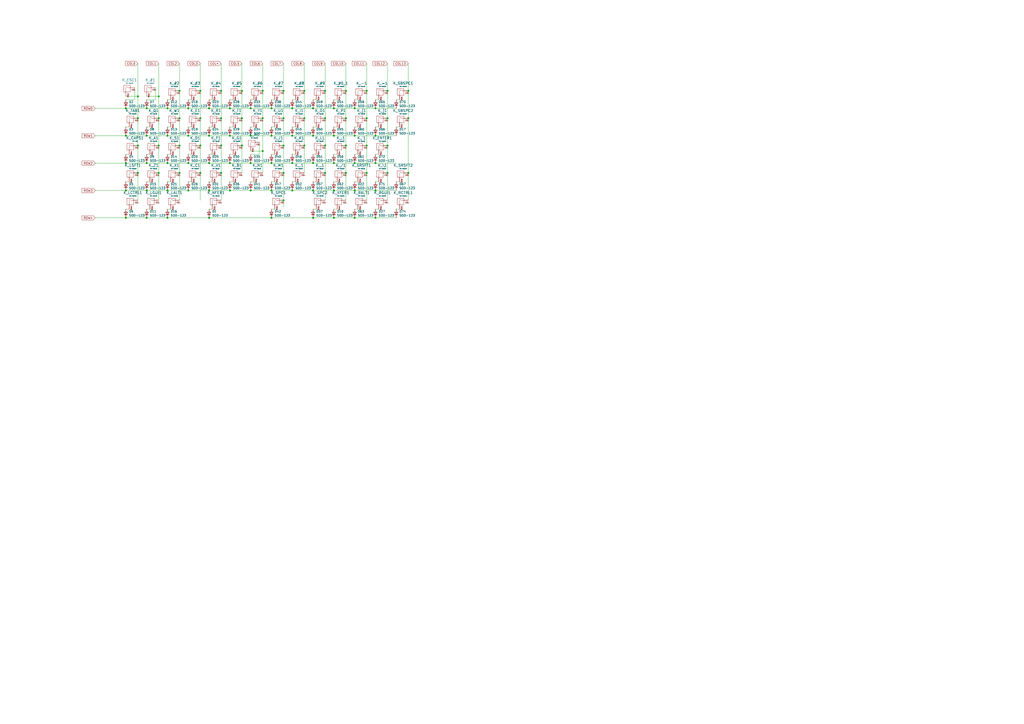
<source format=kicad_sch>
(kicad_sch (version 20211123) (generator eeschema)
  (paper "A2")
  (junction (at 92.075 55.88))
  (junction (at 212.725 100.33))
  (junction (at 224.79 68.58))
  (junction (at 188.595 52.705))
  (junction (at 217.805 110.49))
  (junction (at 193.675 110.49))
  (junction (at 157.48 62.865))
  (junction (at 133.35 62.865))
  (junction (at 121.285 126.365))
  (junction (at 224.79 52.705))
  (junction (at 169.545 94.615))
  (junction (at 80.01 100.33))
  (junction (at 116.205 84.455))
  (junction (at 212.725 68.58))
  (junction (at 145.415 62.865))
  (junction (at 164.465 52.705))
  (junction (at 128.27 100.33))
  (junction (at 224.79 100.33))
  (junction (at 176.53 84.455))
  (junction (at 217.805 94.615))
  (junction (at 181.61 110.49))
  (junction (at 181.61 78.74))
  (junction (at 73.025 62.865))
  (junction (at 85.09 94.615))
  (junction (at 217.805 62.865))
  (junction (at 224.79 84.455))
  (junction (at 73.025 94.615))
  (junction (at 217.805 126.365))
  (junction (at 140.335 68.58))
  (junction (at 181.61 94.615))
  (junction (at 97.155 110.49))
  (junction (at 188.595 68.58))
  (junction (at 140.335 52.705))
  (junction (at 205.74 78.74))
  (junction (at 73.025 78.74))
  (junction (at 200.66 68.58))
  (junction (at 193.675 126.365))
  (junction (at 200.66 100.33))
  (junction (at 176.53 52.705))
  (junction (at 109.22 110.49))
  (junction (at 193.675 78.74))
  (junction (at 133.35 110.49))
  (junction (at 193.675 94.615))
  (junction (at 128.27 52.705))
  (junction (at 104.14 52.705))
  (junction (at 85.09 78.74))
  (junction (at 164.465 68.58))
  (junction (at 121.285 94.615))
  (junction (at 133.35 94.615))
  (junction (at 133.35 78.74))
  (junction (at 116.205 68.58))
  (junction (at 164.465 84.455))
  (junction (at 157.48 94.615))
  (junction (at 97.155 94.615))
  (junction (at 205.74 110.49))
  (junction (at 97.155 62.865))
  (junction (at 169.545 62.865))
  (junction (at 157.48 126.365))
  (junction (at 176.53 68.58))
  (junction (at 80.01 68.58))
  (junction (at 212.725 52.705))
  (junction (at 236.855 100.33))
  (junction (at 152.4 52.705))
  (junction (at 104.14 100.33))
  (junction (at 188.595 84.455))
  (junction (at 85.09 126.365))
  (junction (at 97.155 78.74))
  (junction (at 236.855 68.58))
  (junction (at 145.415 94.615))
  (junction (at 92.075 84.455))
  (junction (at 205.74 94.615))
  (junction (at 205.74 126.365))
  (junction (at 217.805 78.74))
  (junction (at 73.025 110.49))
  (junction (at 200.66 84.455))
  (junction (at 128.27 68.58))
  (junction (at 104.14 84.455))
  (junction (at 188.595 100.33))
  (junction (at 80.01 84.455))
  (junction (at 169.545 110.49))
  (junction (at 181.61 126.365))
  (junction (at 109.22 78.74))
  (junction (at 145.415 110.49))
  (junction (at 85.09 62.865))
  (junction (at 92.075 100.33))
  (junction (at 145.415 78.74))
  (junction (at 152.4 87.63))
  (junction (at 164.465 100.33))
  (junction (at 181.61 62.865))
  (junction (at 200.66 52.705))
  (junction (at 109.22 94.615))
  (junction (at 152.4 68.58))
  (junction (at 121.285 110.49))
  (junction (at 236.855 52.705))
  (junction (at 121.285 62.865))
  (junction (at 116.205 100.33))
  (junction (at 212.725 84.455))
  (junction (at 169.545 78.74))
  (junction (at 140.335 84.455))
  (junction (at 121.285 78.74))
  (junction (at 97.155 126.365))
  (junction (at 157.48 78.74))
  (junction (at 109.22 62.865))
  (junction (at 193.675 62.865))
  (junction (at 128.27 84.455))
  (junction (at 92.075 68.58))
  (junction (at 104.14 68.58))
  (junction (at 157.48 110.49))
  (junction (at 205.74 62.865))
  (junction (at 80.01 55.88))
  (junction (at 116.205 52.705))
  (junction (at 164.465 116.205))
  (junction (at 73.025 126.365))
  (junction (at 85.09 110.49))
  (wire (pts (xy 229.87 121.285) (xy 231.775 121.285)))
  (wire (pts (xy 164.465 68.58) (xy 164.465 84.455)))
  (wire (pts (xy 200.66 84.455) (xy 200.66 100.33)))
  (wire (pts (xy 121.285 62.865) (xy 133.35 62.865)))
  (wire (pts (xy 109.22 94.615) (xy 97.155 94.615)))
  (wire (pts (xy 164.465 52.705) (xy 164.465 68.58)))
  (wire (pts (xy 97.155 94.615) (xy 85.09 94.615)))
  (wire (pts (xy 109.22 105.41) (xy 111.125 105.41)))
  (wire (pts (xy 205.74 62.865) (xy 217.805 62.865)))
  (wire (pts (xy 181.61 62.865) (xy 193.675 62.865)))
  (wire (pts (xy 217.805 121.285) (xy 219.71 121.285)))
  (wire (pts (xy 229.87 57.785) (xy 231.775 57.785)))
  (wire (pts (xy 133.35 62.865) (xy 145.415 62.865)))
  (wire (pts (xy 217.805 126.365) (xy 229.87 126.365)))
  (wire (pts (xy 73.025 126.365) (xy 85.09 126.365)))
  (wire (pts (xy 164.465 36.83) (xy 164.465 52.705)))
  (wire (pts (xy 224.79 84.455) (xy 224.79 100.33)))
  (wire (pts (xy 157.48 126.365) (xy 181.61 126.365)))
  (wire (pts (xy 169.545 78.74) (xy 157.48 78.74)))
  (wire (pts (xy 121.285 78.74) (xy 109.22 78.74)))
  (wire (pts (xy 85.09 89.535) (xy 86.995 89.535)))
  (wire (pts (xy 97.155 110.49) (xy 109.22 110.49)))
  (wire (pts (xy 128.27 84.455) (xy 128.27 68.58)))
  (wire (pts (xy 97.155 73.66) (xy 99.06 73.66)))
  (wire (pts (xy 97.155 57.785) (xy 99.06 57.785)))
  (wire (pts (xy 73.025 89.535) (xy 74.93 89.535)))
  (wire (pts (xy 181.61 110.49) (xy 193.675 110.49)))
  (wire (pts (xy 176.53 52.705) (xy 176.53 36.83)))
  (wire (pts (xy 85.09 73.66) (xy 86.995 73.66)))
  (wire (pts (xy 109.22 57.785) (xy 111.125 57.785)))
  (wire (pts (xy 169.545 57.785) (xy 171.45 57.785)))
  (wire (pts (xy 145.415 105.41) (xy 147.32 105.41)))
  (wire (pts (xy 145.415 57.785) (xy 147.32 57.785)))
  (wire (pts (xy 121.285 57.785) (xy 123.19 57.785)))
  (wire (pts (xy 193.675 110.49) (xy 205.74 110.49)))
  (wire (pts (xy 181.61 126.365) (xy 193.675 126.365)))
  (wire (pts (xy 133.35 89.535) (xy 135.255 89.535)))
  (wire (pts (xy 217.805 62.865) (xy 229.87 62.865)))
  (wire (pts (xy 116.205 84.455) (xy 116.205 100.33)))
  (wire (pts (xy 140.335 52.705) (xy 140.335 68.58)))
  (wire (pts (xy 80.01 68.58) (xy 80.01 84.455)))
  (wire (pts (xy 193.675 94.615) (xy 181.61 94.615)))
  (wire (pts (xy 193.675 73.66) (xy 195.58 73.66)))
  (wire (pts (xy 224.79 52.705) (xy 224.79 68.58)))
  (wire (pts (xy 200.66 68.58) (xy 200.66 52.705)))
  (wire (pts (xy 121.285 94.615) (xy 109.22 94.615)))
  (wire (pts (xy 109.22 78.74) (xy 97.155 78.74)))
  (wire (pts (xy 217.805 110.49) (xy 229.87 110.49)))
  (wire (pts (xy 80.01 36.83) (xy 80.01 55.88)))
  (wire (pts (xy 157.48 57.785) (xy 159.385 57.785)))
  (wire (pts (xy 193.675 78.74) (xy 181.61 78.74)))
  (wire (pts (xy 157.48 62.865) (xy 169.545 62.865)))
  (wire (pts (xy 217.805 57.785) (xy 219.71 57.785)))
  (wire (pts (xy 97.155 62.865) (xy 109.22 62.865)))
  (wire (pts (xy 193.675 126.365) (xy 205.74 126.365)))
  (wire (pts (xy 133.35 94.615) (xy 121.285 94.615)))
  (wire (pts (xy 109.22 110.49) (xy 121.285 110.49)))
  (wire (pts (xy 181.61 105.41) (xy 183.515 105.41)))
  (wire (pts (xy 205.74 78.74) (xy 217.805 78.74)))
  (wire (pts (xy 140.335 68.58) (xy 140.335 84.455)))
  (wire (pts (xy 73.025 110.49) (xy 55.245 110.49)))
  (wire (pts (xy 133.35 73.66) (xy 135.255 73.66)))
  (wire (pts (xy 73.025 105.41) (xy 74.93 105.41)))
  (wire (pts (xy 157.48 121.285) (xy 159.385 121.285)))
  (wire (pts (xy 193.675 89.535) (xy 195.58 89.535)))
  (wire (pts (xy 133.35 78.74) (xy 121.285 78.74)))
  (wire (pts (xy 121.285 105.41) (xy 123.19 105.41)))
  (wire (pts (xy 104.14 68.58) (xy 104.14 52.705)))
  (wire (pts (xy 97.155 89.535) (xy 99.06 89.535)))
  (wire (pts (xy 217.805 89.535) (xy 219.71 89.535)))
  (wire (pts (xy 92.075 55.88) (xy 92.075 68.58)))
  (wire (pts (xy 150.495 82.55) (xy 150.495 89.535)))
  (wire (pts (xy 116.205 100.33) (xy 116.205 116.205)))
  (wire (pts (xy 97.155 121.285) (xy 99.06 121.285)))
  (wire (pts (xy 176.53 68.58) (xy 176.53 52.705)))
  (wire (pts (xy 104.14 52.705) (xy 104.14 36.83)))
  (wire (pts (xy 217.805 94.615) (xy 229.87 94.615)))
  (wire (pts (xy 116.205 36.83) (xy 116.205 52.705)))
  (wire (pts (xy 145.415 87.63) (xy 152.4 87.63)))
  (wire (pts (xy 181.61 57.785) (xy 183.515 57.785)))
  (wire (pts (xy 73.025 121.285) (xy 74.93 121.285)))
  (wire (pts (xy 133.35 57.785) (xy 135.255 57.785)))
  (wire (pts (xy 85.09 78.74) (xy 73.025 78.74)))
  (wire (pts (xy 169.545 110.49) (xy 181.61 110.49)))
  (wire (pts (xy 164.465 100.33) (xy 164.465 116.205)))
  (wire (pts (xy 128.27 52.705) (xy 128.27 36.83)))
  (wire (pts (xy 157.48 110.49) (xy 169.545 110.49)))
  (wire (pts (xy 217.805 73.66) (xy 219.71 73.66)))
  (wire (pts (xy 73.025 57.785) (xy 78.105 57.785)))
  (wire (pts (xy 104.14 84.455) (xy 104.14 100.33)))
  (wire (pts (xy 181.61 94.615) (xy 169.545 94.615)))
  (wire (pts (xy 97.155 78.74) (xy 85.09 78.74)))
  (wire (pts (xy 181.61 121.285) (xy 183.515 121.285)))
  (wire (pts (xy 212.725 52.705) (xy 212.725 68.58)))
  (wire (pts (xy 92.075 68.58) (xy 92.075 84.455)))
  (wire (pts (xy 181.61 89.535) (xy 183.515 89.535)))
  (wire (pts (xy 80.01 55.88) (xy 80.01 68.58)))
  (wire (pts (xy 85.09 121.285) (xy 86.995 121.285)))
  (wire (pts (xy 205.74 121.285) (xy 207.645 121.285)))
  (wire (pts (xy 176.53 84.455) (xy 176.53 68.58)))
  (wire (pts (xy 205.74 89.535) (xy 207.645 89.535)))
  (wire (pts (xy 188.595 36.83) (xy 188.595 52.705)))
  (wire (pts (xy 164.465 84.455) (xy 164.465 100.33)))
  (wire (pts (xy 157.48 78.74) (xy 145.415 78.74)))
  (wire (pts (xy 224.79 52.705) (xy 224.79 36.83)))
  (wire (pts (xy 205.74 110.49) (xy 217.805 110.49)))
  (wire (pts (xy 121.285 126.365) (xy 157.48 126.365)))
  (wire (pts (xy 73.025 78.74) (xy 55.245 78.74)))
  (wire (pts (xy 193.675 57.785) (xy 195.58 57.785)))
  (wire (pts (xy 229.87 105.41) (xy 231.775 105.41)))
  (wire (pts (xy 152.4 87.63) (xy 152.4 100.33)))
  (wire (pts (xy 104.14 84.455) (xy 104.14 68.58)))
  (wire (pts (xy 193.675 121.285) (xy 195.58 121.285)))
  (wire (pts (xy 169.545 105.41) (xy 171.45 105.41)))
  (wire (pts (xy 80.01 84.455) (xy 80.01 100.33)))
  (wire (pts (xy 85.09 126.365) (xy 97.155 126.365)))
  (wire (pts (xy 121.285 121.285) (xy 123.19 121.285)))
  (wire (pts (xy 140.335 84.455) (xy 140.335 100.33)))
  (wire (pts (xy 212.725 84.455) (xy 212.725 100.33)))
  (wire (pts (xy 145.415 94.615) (xy 133.35 94.615)))
  (wire (pts (xy 169.545 73.66) (xy 171.45 73.66)))
  (wire (pts (xy 212.725 68.58) (xy 212.725 84.455)))
  (wire (pts (xy 224.79 68.58) (xy 224.79 84.455)))
  (wire (pts (xy 133.35 110.49) (xy 145.415 110.49)))
  (wire (pts (xy 217.805 78.74) (xy 229.87 78.74)))
  (wire (pts (xy 152.4 68.58) (xy 152.4 87.63)))
  (wire (pts (xy 109.22 73.66) (xy 111.125 73.66)))
  (wire (pts (xy 73.025 110.49) (xy 85.09 110.49)))
  (wire (pts (xy 73.025 94.615) (xy 55.245 94.615)))
  (wire (pts (xy 169.545 89.535) (xy 171.45 89.535)))
  (wire (pts (xy 205.74 94.615) (xy 193.675 94.615)))
  (wire (pts (xy 169.545 62.865) (xy 181.61 62.865)))
  (wire (pts (xy 205.74 57.785) (xy 207.645 57.785)))
  (wire (pts (xy 85.09 62.865) (xy 97.155 62.865)))
  (wire (pts (xy 145.415 73.66) (xy 147.32 73.66)))
  (wire (pts (xy 145.415 62.865) (xy 157.48 62.865)))
  (wire (pts (xy 205.74 126.365) (xy 217.805 126.365)))
  (wire (pts (xy 193.675 62.865) (xy 205.74 62.865)))
  (wire (pts (xy 236.855 52.705) (xy 236.855 68.58)))
  (wire (pts (xy 157.48 105.41) (xy 159.385 105.41)))
  (wire (pts (xy 145.415 110.49) (xy 157.48 110.49)))
  (wire (pts (xy 224.79 100.33) (xy 224.79 116.205)))
  (wire (pts (xy 121.285 73.66) (xy 123.19 73.66)))
  (wire (pts (xy 236.855 100.33) (xy 236.855 116.205)))
  (wire (pts (xy 140.335 36.83) (xy 140.335 52.705)))
  (wire (pts (xy 85.09 94.615) (xy 73.025 94.615)))
  (wire (pts (xy 116.205 68.58) (xy 116.205 84.455)))
  (wire (pts (xy 205.74 94.615) (xy 217.805 94.615)))
  (wire (pts (xy 157.48 73.66) (xy 159.385 73.66)))
  (wire (pts (xy 128.27 100.33) (xy 128.27 84.455)))
  (wire (pts (xy 169.545 94.615) (xy 157.48 94.615)))
  (wire (pts (xy 97.155 105.41) (xy 99.06 105.41)))
  (wire (pts (xy 90.17 50.8) (xy 90.17 57.785)))
  (wire (pts (xy 78.105 50.8) (xy 78.105 57.785)))
  (wire (pts (xy 188.595 100.33) (xy 188.595 116.205)))
  (wire (pts (xy 200.66 100.33) (xy 200.66 116.205)))
  (wire (pts (xy 157.48 94.615) (xy 145.415 94.615)))
  (wire (pts (xy 205.74 73.66) (xy 207.645 73.66)))
  (wire (pts (xy 92.075 36.83) (xy 92.075 55.88)))
  (wire (pts (xy 212.725 36.83) (xy 212.725 52.705)))
  (wire (pts (xy 73.025 126.365) (xy 55.245 126.365)))
  (wire (pts (xy 236.855 36.83) (xy 236.855 52.705)))
  (wire (pts (xy 176.53 100.33) (xy 176.53 84.455)))
  (wire (pts (xy 109.22 62.865) (xy 121.285 62.865)))
  (wire (pts (xy 80.01 116.205) (xy 80.01 100.33)))
  (wire (pts (xy 55.245 62.865) (xy 73.025 62.865)))
  (wire (pts (xy 121.285 89.535) (xy 123.19 89.535)))
  (wire (pts (xy 181.61 78.74) (xy 169.545 78.74)))
  (wire (pts (xy 128.27 100.33) (xy 128.27 116.205)))
  (wire (pts (xy 73.025 55.88) (xy 80.01 55.88)))
  (wire (pts (xy 97.155 126.365) (xy 121.285 126.365)))
  (wire (pts (xy 85.09 105.41) (xy 86.995 105.41)))
  (wire (pts (xy 73.025 73.66) (xy 74.93 73.66)))
  (wire (pts (xy 157.48 89.535) (xy 159.385 89.535)))
  (wire (pts (xy 229.87 73.66) (xy 231.775 73.66)))
  (wire (pts (xy 121.285 110.49) (xy 133.35 110.49)))
  (wire (pts (xy 188.595 84.455) (xy 188.595 100.33)))
  (wire (pts (xy 92.075 100.33) (xy 92.075 116.205)))
  (wire (pts (xy 85.09 110.49) (xy 97.155 110.49)))
  (wire (pts (xy 200.66 52.705) (xy 200.66 36.83)))
  (wire (pts (xy 145.415 78.74) (xy 133.35 78.74)))
  (wire (pts (xy 73.025 62.865) (xy 85.09 62.865)))
  (wire (pts (xy 128.27 68.58) (xy 128.27 52.705)))
  (wire (pts (xy 212.725 100.33) (xy 212.725 116.205)))
  (wire (pts (xy 85.09 57.785) (xy 90.17 57.785)))
  (wire (pts (xy 200.66 84.455) (xy 200.66 68.58)))
  (wire (pts (xy 133.35 105.41) (xy 135.255 105.41)))
  (wire (pts (xy 193.675 105.41) (xy 195.58 105.41)))
  (wire (pts (xy 217.805 105.41) (xy 219.71 105.41)))
  (wire (pts (xy 236.855 68.58) (xy 236.855 100.33)))
  (wire (pts (xy 92.075 84.455) (xy 92.075 100.33)))
  (wire (pts (xy 205.74 105.41) (xy 207.645 105.41)))
  (wire (pts (xy 116.205 52.705) (xy 116.205 68.58)))
  (wire (pts (xy 152.4 52.705) (xy 152.4 36.83)))
  (wire (pts (xy 205.74 78.74) (xy 193.675 78.74)))
  (wire (pts (xy 164.465 116.205) (xy 164.465 120.015)))
  (wire (pts (xy 145.415 89.535) (xy 150.495 89.535)))
  (wire (pts (xy 109.22 89.535) (xy 111.125 89.535)))
  (wire (pts (xy 104.14 100.33) (xy 104.14 116.205)))
  (wire (pts (xy 188.595 68.58) (xy 188.595 84.455)))
  (wire (pts (xy 152.4 68.58) (xy 152.4 52.705)))
  (wire (pts (xy 188.595 52.705) (xy 188.595 68.58)))
  (wire (pts (xy 181.61 73.66) (xy 183.515 73.66)))
  (wire (pts (xy 85.09 55.88) (xy 92.075 55.88)))
  (global_label "COL1" (shape input) (at 92.075 36.83 180) (property "Intersheet References" "${INTERSHEET_REFS}" (effects hide)))
  (global_label "COL7" (shape input) (at 164.465 36.83 180) (property "Intersheet References" "${INTERSHEET_REFS}" (effects hide)))
  (global_label "COL9" (shape input) (at 188.595 36.83 180) (property "Intersheet References" "${INTERSHEET_REFS}" (effects hide)))
  (global_label "ROW0" (shape input) (at 55.245 62.865 180) (property "Intersheet References" "${INTERSHEET_REFS}" (effects hide)))
  (global_label "ROW2" (shape input) (at 55.245 94.615 180) (property "Intersheet References" "${INTERSHEET_REFS}" (effects hide)))
  (global_label "ROW3" (shape input) (at 55.245 110.49 180) (property "Intersheet References" "${INTERSHEET_REFS}" (effects hide)))
  (global_label "COL6" (shape input) (at 152.4 36.83 180) (property "Intersheet References" "${INTERSHEET_REFS}" (effects hide)))
  (global_label "COL11" (shape input) (at 212.725 36.83 180) (property "Intersheet References" "${INTERSHEET_REFS}" (effects hide)))
  (global_label "COL5" (shape input) (at 140.335 36.83 180) (property "Intersheet References" "${INTERSHEET_REFS}" (effects hide)))
  (global_label "COL10" (shape input) (at 200.66 36.83 180) (property "Intersheet References" "${INTERSHEET_REFS}" (effects hide)))
  (global_label "ROW1" (shape input) (at 55.245 78.74 180) (property "Intersheet References" "${INTERSHEET_REFS}" (effects hide)))
  (global_label "COL2" (shape input) (at 104.14 36.83 180) (property "Intersheet References" "${INTERSHEET_REFS}" (effects hide)))
  (global_label "COL8" (shape input) (at 176.53 36.83 180) (property "Intersheet References" "${INTERSHEET_REFS}" (effects hide)))
  (global_label "COL4" (shape input) (at 128.27 36.83 180) (property "Intersheet References" "${INTERSHEET_REFS}" (effects hide)))
  (global_label "COL13" (shape input) (at 236.855 36.83 180) (property "Intersheet References" "${INTERSHEET_REFS}" (effects hide)))
  (global_label "COL12" (shape input) (at 224.79 36.83 180) (property "Intersheet References" "${INTERSHEET_REFS}" (effects hide)))
  (global_label "COL0" (shape input) (at 80.01 36.83 180) (property "Intersheet References" "${INTERSHEET_REFS}" (effects hide)))
  (global_label "COL3" (shape input) (at 116.205 36.83 180) (property "Intersheet References" "${INTERSHEET_REFS}" (effects hide)))
  (global_label "ROW4" (shape input) (at 55.245 126.365 180) (property "Intersheet References" "${INTERSHEET_REFS}" (effects hide)))
  (symbol (lib_id "X60-rescue:MX-NoLED-MX_Alps_Hybrid") (at 74.295 52.07 0) (unit 1)
    (property "Reference" "K_ESC1" (at 75.1332 46.4058 0) (effects (font (size 1.524 1.524))))
    (property "Value" "MX-NoLED" (at 75.1332 48.2854 0) (effects (font (size 0.508 0.508))))
    (property "Footprint" "MX_Only:MXOnly-1U-Hotswap" (effects hide))
  )
  (symbol (lib_id "Device:D_Small") (at 73.025 60.325 90) (unit 1)
    (property "Reference" "D2" (at 74.7522 59.1566 90) (effects (justify right)))
    (property "Value" "SOD-123" (at 74.7522 61.468 90) (effects (justify right)))
    (property "Footprint" "Diode_SMD:D_SOD-123" (effects hide))
  )
  (symbol (lib_id "X60-rescue:MX-NoLED-MX_Alps_Hybrid") (at 86.36 52.07 0) (unit 1)
    (property "Reference" "K_#1" (at 87.1982 46.4058 0) (effects (font (size 1.524 1.524))))
    (property "Value" "MX-NoLED" (at 87.1982 48.2854 0) (effects (font (size 0.508 0.508))))
    (property "Footprint" "MX_Only:MXOnly-1U-Hotswap" (effects hide))
  )
  (symbol (lib_id "Device:D_Small") (at 85.09 60.325 90) (unit 1)
    (property "Reference" "D7" (at 86.8172 59.1566 90) (effects (justify right)))
    (property "Value" "SOD-123" (at 86.8172 61.468 90) (effects (justify right)))
    (property "Footprint" "Diode_SMD:D_SOD-123" (effects hide))
  )
  (symbol (lib_id "X60-rescue:MX-NoLED-MX_Alps_Hybrid") (at 100.33 53.975 0) (unit 1)
    (property "Reference" "K_#2" (at 101.1682 48.3108 0) (effects (font (size 1.524 1.524))))
    (property "Value" "MX-NoLED" (at 101.1682 50.1904 0) (effects (font (size 0.508 0.508))))
    (property "Footprint" "MX_Only:MXOnly-1U-Hotswap" (effects hide))
  )
  (symbol (lib_id "Device:D_Small") (at 97.155 60.325 90) (unit 1)
    (property "Reference" "D12" (at 98.8822 59.1566 90) (effects (justify right)))
    (property "Value" "SOD-123" (at 98.8822 61.468 90) (effects (justify right)))
    (property "Footprint" "Diode_SMD:D_SOD-123" (effects hide))
  )
  (symbol (lib_id "X60-rescue:MX-NoLED-MX_Alps_Hybrid") (at 112.395 53.975 0) (unit 1)
    (property "Reference" "K_#3" (at 113.2332 48.3108 0) (effects (font (size 1.524 1.524))))
    (property "Value" "MX-NoLED" (at 113.2332 50.1904 0) (effects (font (size 0.508 0.508))))
    (property "Footprint" "MX_Only:MXOnly-1U-Hotswap" (effects hide))
  )
  (symbol (lib_id "Device:D_Small") (at 109.22 60.325 90) (unit 1)
    (property "Reference" "D18" (at 110.9472 59.1566 90) (effects (justify right)))
    (property "Value" "SOD-123" (at 110.9472 61.468 90) (effects (justify right)))
    (property "Footprint" "Diode_SMD:D_SOD-123" (effects hide))
  )
  (symbol (lib_id "X60-rescue:MX-NoLED-MX_Alps_Hybrid") (at 124.46 53.975 0) (unit 1)
    (property "Reference" "K_#4" (at 125.2982 48.3108 0) (effects (font (size 1.524 1.524))))
    (property "Value" "MX-NoLED" (at 125.2982 50.1904 0) (effects (font (size 0.508 0.508))))
    (property "Footprint" "MX_Only:MXOnly-1U-Hotswap" (effects hide))
  )
  (symbol (lib_id "Device:D_Small") (at 121.285 60.325 90) (unit 1)
    (property "Reference" "D23" (at 123.0122 59.1566 90) (effects (justify right)))
    (property "Value" "SOD-123" (at 123.0122 61.468 90) (effects (justify right)))
    (property "Footprint" "Diode_SMD:D_SOD-123" (effects hide))
  )
  (symbol (lib_id "X60-rescue:MX-NoLED-MX_Alps_Hybrid") (at 136.525 53.975 0) (unit 1)
    (property "Reference" "K_#5" (at 137.3632 48.3108 0) (effects (font (size 1.524 1.524))))
    (property "Value" "MX-NoLED" (at 137.3632 50.1904 0) (effects (font (size 0.508 0.508))))
    (property "Footprint" "MX_Only:MXOnly-1U-Hotswap" (effects hide))
  )
  (symbol (lib_id "Device:D_Small") (at 133.35 60.325 90) (unit 1)
    (property "Reference" "D28" (at 135.0772 59.1566 90) (effects (justify right)))
    (property "Value" "SOD-123" (at 135.0772 61.468 90) (effects (justify right)))
    (property "Footprint" "Diode_SMD:D_SOD-123" (effects hide))
  )
  (symbol (lib_id "X60-rescue:MX-NoLED-MX_Alps_Hybrid") (at 148.59 53.975 0) (unit 1)
    (property "Reference" "K_#6" (at 149.4282 48.3108 0) (effects (font (size 1.524 1.524))))
    (property "Value" "MX-NoLED" (at 149.4282 50.1904 0) (effects (font (size 0.508 0.508))))
    (property "Footprint" "MX_Only:MXOnly-1U-Hotswap" (effects hide))
  )
  (symbol (lib_id "Device:D_Small") (at 145.415 60.325 90) (unit 1)
    (property "Reference" "D33" (at 147.1422 59.1566 90) (effects (justify right)))
    (property "Value" "SOD-123" (at 147.1422 61.468 90) (effects (justify right)))
    (property "Footprint" "Diode_SMD:D_SOD-123" (effects hide))
  )
  (symbol (lib_id "X60-rescue:MX-NoLED-MX_Alps_Hybrid") (at 160.655 53.975 0) (unit 1)
    (property "Reference" "K_#7" (at 161.4932 48.3108 0) (effects (font (size 1.524 1.524))))
    (property "Value" "MX-NoLED" (at 161.4932 50.1904 0) (effects (font (size 0.508 0.508))))
    (property "Footprint" "MX_Only:MXOnly-1U-Hotswap" (effects hide))
  )
  (symbol (lib_id "Device:D_Small") (at 157.48 60.325 90) (unit 1)
    (property "Reference" "D38" (at 159.2072 59.1566 90) (effects (justify right)))
    (property "Value" "SOD-123" (at 159.2072 61.468 90) (effects (justify right)))
    (property "Footprint" "Diode_SMD:D_SOD-123" (effects hide))
  )
  (symbol (lib_id "X60-rescue:MX-NoLED-MX_Alps_Hybrid") (at 172.72 53.975 0) (unit 1)
    (property "Reference" "K_#8" (at 173.5582 48.3108 0) (effects (font (size 1.524 1.524))))
    (property "Value" "MX-NoLED" (at 173.5582 50.1904 0) (effects (font (size 0.508 0.508))))
    (property "Footprint" "MX_Only:MXOnly-1U-Hotswap" (effects hide))
  )
  (symbol (lib_id "Device:D_Small") (at 169.545 60.325 90) (unit 1)
    (property "Reference" "D44" (at 171.2722 59.1566 90) (effects (justify right)))
    (property "Value" "SOD-123" (at 171.2722 61.468 90) (effects (justify right)))
    (property "Footprint" "Diode_SMD:D_SOD-123" (effects hide))
  )
  (symbol (lib_id "X60-rescue:MX-NoLED-MX_Alps_Hybrid") (at 184.785 53.975 0) (unit 1)
    (property "Reference" "K_#9" (at 185.6232 48.3108 0) (effects (font (size 1.524 1.524))))
    (property "Value" "MX-NoLED" (at 185.6232 50.1904 0) (effects (font (size 0.508 0.508))))
    (property "Footprint" "MX_Only:MXOnly-1U-Hotswap" (effects hide))
  )
  (symbol (lib_id "Device:D_Small") (at 181.61 60.325 90) (unit 1)
    (property "Reference" "D49" (at 183.3372 59.1566 90) (effects (justify right)))
    (property "Value" "SOD-123" (at 183.3372 61.468 90) (effects (justify right)))
    (property "Footprint" "Diode_SMD:D_SOD-123" (effects hide))
  )
  (symbol (lib_id "X60-rescue:MX-NoLED-MX_Alps_Hybrid") (at 196.85 53.975 0) (unit 1)
    (property "Reference" "K_#0_1" (at 197.6882 48.3108 0) (effects (font (size 1.524 1.524))))
    (property "Value" "MX-NoLED" (at 197.6882 50.1904 0) (effects (font (size 0.508 0.508))))
    (property "Footprint" "MX_Only:MXOnly-1U-Hotswap" (effects hide))
  )
  (symbol (lib_id "Device:D_Small") (at 193.675 60.325 90) (unit 1)
    (property "Reference" "D54" (at 195.4022 59.1566 90) (effects (justify right)))
    (property "Value" "SOD-123" (at 195.4022 61.468 90) (effects (justify right)))
    (property "Footprint" "Diode_SMD:D_SOD-123" (effects hide))
  )
  (symbol (lib_id "X60-rescue:MX-NoLED-MX_Alps_Hybrid") (at 208.915 53.975 0) (unit 1)
    (property "Reference" "K_-1" (at 209.7532 48.3108 0) (effects (font (size 1.524 1.524))))
    (property "Value" "MX-NoLED" (at 209.7532 50.1904 0) (effects (font (size 0.508 0.508))))
    (property "Footprint" "MX_Only:MXOnly-1U-Hotswap" (effects hide))
  )
  (symbol (lib_id "Device:D_Small") (at 205.74 60.325 90) (unit 1)
    (property "Reference" "D59" (at 207.4672 59.1566 90) (effects (justify right)))
    (property "Value" "SOD-123" (at 207.4672 61.468 90) (effects (justify right)))
    (property "Footprint" "Diode_SMD:D_SOD-123" (effects hide))
  )
  (symbol (lib_id "X60-rescue:MX-NoLED-MX_Alps_Hybrid") (at 220.98 53.975 0) (unit 1)
    (property "Reference" "K_=1" (at 221.8182 48.3108 0) (effects (font (size 1.524 1.524))))
    (property "Value" "MX-NoLED" (at 221.8182 50.1904 0) (effects (font (size 0.508 0.508))))
    (property "Footprint" "MX_Only:MXOnly-1U-Hotswap" (effects hide))
  )
  (symbol (lib_id "Device:D_Small") (at 217.805 60.325 90) (unit 1)
    (property "Reference" "D65" (at 219.5322 59.1566 90) (effects (justify right)))
    (property "Value" "SOD-123" (at 219.5322 61.468 90) (effects (justify right)))
    (property "Footprint" "Diode_SMD:D_SOD-123" (effects hide))
  )
  (symbol (lib_id "X60-rescue:MX-NoLED-MX_Alps_Hybrid") (at 233.045 53.975 0) (unit 1)
    (property "Reference" "K_SBSPC1" (at 233.8832 48.3108 0) (effects (font (size 1.524 1.524))))
    (property "Value" "MX-NoLED" (at 233.8832 50.1904 0) (effects (font (size 0.508 0.508))))
    (property "Footprint" "MX_Only:MXOnly-1U-Hotswap" (effects hide))
  )
  (symbol (lib_id "Device:D_Small") (at 229.87 60.325 90) (unit 1)
    (property "Reference" "D70" (at 231.5972 59.1566 90) (effects (justify right)))
    (property "Value" "SOD-123" (at 231.5972 61.468 90) (effects (justify right)))
    (property "Footprint" "Diode_SMD:D_SOD-123" (effects hide))
  )
  (symbol (lib_id "X60-rescue:MX-NoLED-MX_Alps_Hybrid") (at 76.2 69.85 0) (unit 1)
    (property "Reference" "K_TAB1" (at 77.0382 64.1858 0) (effects (font (size 1.524 1.524))))
    (property "Value" "MX-NoLED" (at 77.0382 66.0654 0) (effects (font (size 0.508 0.508))))
    (property "Footprint" "MX_Only:MXOnly-1.5U-Hotswap" (effects hide))
  )
  (symbol (lib_id "Device:D_Small") (at 73.025 76.2 90) (unit 1)
    (property "Reference" "D3" (at 74.7522 75.0316 90) (effects (justify right)))
    (property "Value" "SOD-123" (at 74.7522 77.343 90) (effects (justify right)))
    (property "Footprint" "Diode_SMD:D_SOD-123" (effects hide))
  )
  (symbol (lib_id "X60-rescue:MX-NoLED-MX_Alps_Hybrid") (at 88.265 69.85 0) (unit 1)
    (property "Reference" "K_Q1" (at 89.1032 64.1858 0) (effects (font (size 1.524 1.524))))
    (property "Value" "MX-NoLED" (at 89.1032 66.0654 0) (effects (font (size 0.508 0.508))))
    (property "Footprint" "MX_Only:MXOnly-1U-Hotswap" (effects hide))
  )
  (symbol (lib_id "Device:D_Small") (at 85.09 76.2 90) (unit 1)
    (property "Reference" "D8" (at 86.8172 75.0316 90) (effects (justify right)))
    (property "Value" "SOD-123" (at 86.8172 77.343 90) (effects (justify right)))
    (property "Footprint" "Diode_SMD:D_SOD-123" (effects hide))
  )
  (symbol (lib_id "X60-rescue:MX-NoLED-MX_Alps_Hybrid") (at 100.33 69.85 0) (unit 1)
    (property "Reference" "K_W1" (at 101.1682 64.1858 0) (effects (font (size 1.524 1.524))))
    (property "Value" "MX-NoLED" (at 101.1682 66.0654 0) (effects (font (size 0.508 0.508))))
    (property "Footprint" "MX_Only:MXOnly-1U-Hotswap" (effects hide))
  )
  (symbol (lib_id "Device:D_Small") (at 97.155 76.2 90) (unit 1)
    (property "Reference" "D13" (at 98.8822 75.0316 90) (effects (justify right)))
    (property "Value" "SOD-123" (at 98.8822 77.343 90) (effects (justify right)))
    (property "Footprint" "Diode_SMD:D_SOD-123" (effects hide))
  )
  (symbol (lib_id "X60-rescue:MX-NoLED-MX_Alps_Hybrid") (at 112.395 69.85 0) (unit 1)
    (property "Reference" "K_E1" (at 113.2332 64.1858 0) (effects (font (size 1.524 1.524))))
    (property "Value" "MX-NoLED" (at 113.2332 66.0654 0) (effects (font (size 0.508 0.508))))
    (property "Footprint" "MX_Only:MXOnly-1U-Hotswap" (effects hide))
  )
  (symbol (lib_id "Device:D_Small") (at 109.22 76.2 90) (unit 1)
    (property "Reference" "D19" (at 110.9472 75.0316 90) (effects (justify right)))
    (property "Value" "SOD-123" (at 110.9472 77.343 90) (effects (justify right)))
    (property "Footprint" "Diode_SMD:D_SOD-123" (effects hide))
  )
  (symbol (lib_id "X60-rescue:MX-NoLED-MX_Alps_Hybrid") (at 124.46 69.85 0) (unit 1)
    (property "Reference" "K_R1" (at 125.2982 64.1858 0) (effects (font (size 1.524 1.524))))
    (property "Value" "MX-NoLED" (at 125.2982 66.0654 0) (effects (font (size 0.508 0.508))))
    (property "Footprint" "MX_Only:MXOnly-1U-Hotswap" (effects hide))
  )
  (symbol (lib_id "Device:D_Small") (at 121.285 76.2 90) (unit 1)
    (property "Reference" "D24" (at 123.0122 75.0316 90) (effects (justify right)))
    (property "Value" "SOD-123" (at 123.0122 77.343 90) (effects (justify right)))
    (property "Footprint" "Diode_SMD:D_SOD-123" (effects hide))
  )
  (symbol (lib_id "X60-rescue:MX-NoLED-MX_Alps_Hybrid") (at 136.525 69.85 0) (unit 1)
    (property "Reference" "K_T1" (at 137.3632 64.1858 0) (effects (font (size 1.524 1.524))))
    (property "Value" "MX-NoLED" (at 137.3632 66.0654 0) (effects (font (size 0.508 0.508))))
    (property "Footprint" "MX_Only:MXOnly-1U-Hotswap" (effects hide))
  )
  (symbol (lib_id "Device:D_Small") (at 133.35 76.2 90) (unit 1)
    (property "Reference" "D29" (at 135.0772 75.0316 90) (effects (justify right)))
    (property "Value" "SOD-123" (at 135.0772 77.343 90) (effects (justify right)))
    (property "Footprint" "Diode_SMD:D_SOD-123" (effects hide))
  )
  (symbol (lib_id "X60-rescue:MX-NoLED-MX_Alps_Hybrid") (at 148.59 69.85 0) (unit 1)
    (property "Reference" "K_Y1" (at 149.4282 64.1858 0) (effects (font (size 1.524 1.524))))
    (property "Value" "MX-NoLED" (at 149.4282 66.0654 0) (effects (font (size 0.508 0.508))))
    (property "Footprint" "MX_Only:MXOnly-1U-Hotswap" (effects hide))
  )
  (symbol (lib_id "Device:D_Small") (at 145.415 76.2 90) (unit 1)
    (property "Reference" "D34" (at 147.1422 75.0316 90) (effects (justify right)))
    (property "Value" "SOD-123" (at 147.1422 77.343 90) (effects (justify right)))
    (property "Footprint" "Diode_SMD:D_SOD-123" (effects hide))
  )
  (symbol (lib_id "X60-rescue:MX-NoLED-MX_Alps_Hybrid") (at 160.655 69.85 0) (unit 1)
    (property "Reference" "K_U1" (at 161.4932 64.1858 0) (effects (font (size 1.524 1.524))))
    (property "Value" "MX-NoLED" (at 161.4932 66.0654 0) (effects (font (size 0.508 0.508))))
    (property "Footprint" "MX_Only:MXOnly-1U-Hotswap" (effects hide))
  )
  (symbol (lib_id "Device:D_Small") (at 157.48 76.2 90) (unit 1)
    (property "Reference" "D39" (at 159.2072 75.0316 90) (effects (justify right)))
    (property "Value" "SOD-123" (at 159.2072 77.343 90) (effects (justify right)))
    (property "Footprint" "Diode_SMD:D_SOD-123" (effects hide))
  )
  (symbol (lib_id "X60-rescue:MX-NoLED-MX_Alps_Hybrid") (at 172.72 69.85 0) (unit 1)
    (property "Reference" "K_I1" (at 173.5582 64.1858 0) (effects (font (size 1.524 1.524))))
    (property "Value" "MX-NoLED" (at 173.5582 66.0654 0) (effects (font (size 0.508 0.508))))
    (property "Footprint" "MX_Only:MXOnly-1U-Hotswap" (effects hide))
  )
  (symbol (lib_id "Device:D_Small") (at 169.545 76.2 90) (unit 1)
    (property "Reference" "D45" (at 171.2722 75.0316 90) (effects (justify right)))
    (property "Value" "SOD-123" (at 171.2722 77.343 90) (effects (justify right)))
    (property "Footprint" "Diode_SMD:D_SOD-123" (effects hide))
  )
  (symbol (lib_id "X60-rescue:MX-NoLED-MX_Alps_Hybrid") (at 184.785 69.85 0) (unit 1)
    (property "Reference" "K_O1" (at 185.6232 64.1858 0) (effects (font (size 1.524 1.524))))
    (property "Value" "MX-NoLED" (at 185.6232 66.0654 0) (effects (font (size 0.508 0.508))))
    (property "Footprint" "MX_Only:MXOnly-1U-Hotswap" (effects hide))
  )
  (symbol (lib_id "Device:D_Small") (at 181.61 76.2 90) (unit 1)
    (property "Reference" "D50" (at 183.3372 75.0316 90) (effects (justify right)))
    (property "Value" "SOD-123" (at 183.3372 77.343 90) (effects (justify right)))
    (property "Footprint" "Diode_SMD:D_SOD-123" (effects hide))
  )
  (symbol (lib_id "X60-rescue:MX-NoLED-MX_Alps_Hybrid") (at 196.85 69.85 0) (unit 1)
    (property "Reference" "K_P1" (at 197.6882 64.1858 0) (effects (font (size 1.524 1.524))))
    (property "Value" "MX-NoLED" (at 197.6882 66.0654 0) (effects (font (size 0.508 0.508))))
    (property "Footprint" "MX_Only:MXOnly-1U-Hotswap" (effects hide))
  )
  (symbol (lib_id "Device:D_Small") (at 193.675 76.2 90) (unit 1)
    (property "Reference" "D55" (at 195.4022 75.0316 90) (effects (justify right)))
    (property "Value" "SOD-123" (at 195.4022 77.343 90) (effects (justify right)))
    (property "Footprint" "Diode_SMD:D_SOD-123" (effects hide))
  )
  (symbol (lib_id "X60-rescue:MX-NoLED-MX_Alps_Hybrid") (at 208.915 69.85 0) (unit 1)
    (property "Reference" "K_[1" (at 209.7532 64.1858 0) (effects (font (size 1.524 1.524))))
    (property "Value" "MX-NoLED" (at 209.7532 66.0654 0) (effects (font (size 0.508 0.508))))
    (property "Footprint" "MX_Only:MXOnly-1U-Hotswap" (effects hide))
  )
  (symbol (lib_id "Device:D_Small") (at 205.74 76.2 90) (unit 1)
    (property "Reference" "D60" (at 207.4672 75.0316 90) (effects (justify right)))
    (property "Value" "SOD-123" (at 207.4672 77.343 90) (effects (justify right)))
    (property "Footprint" "Diode_SMD:D_SOD-123" (effects hide))
  )
  (symbol (lib_id "X60-rescue:MX-NoLED-MX_Alps_Hybrid") (at 220.98 69.85 0) (unit 1)
    (property "Reference" "K_]1" (at 221.8182 64.1858 0) (effects (font (size 1.524 1.524))))
    (property "Value" "MX-NoLED" (at 221.8182 66.0654 0) (effects (font (size 0.508 0.508))))
    (property "Footprint" "MX_Only:MXOnly-1.5U-Hotswap" (effects hide))
  )
  (symbol (lib_id "Device:D_Small") (at 217.805 76.2 90) (unit 1)
    (property "Reference" "D66" (at 219.5322 75.0316 90) (effects (justify right)))
    (property "Value" "SOD-123" (at 219.5322 77.343 90) (effects (justify right)))
    (property "Footprint" "Diode_SMD:D_SOD-123" (effects hide))
  )
  (symbol (lib_id "X60-rescue:MX-NoLED-MX_Alps_Hybrid") (at 220.98 101.6 0) (unit 1)
    (property "Reference" "K_\\1" (at 221.8182 95.9358 0) (effects (font (size 1.524 1.524))))
    (property "Value" "MX-NoLED" (at 221.8182 97.8154 0) (effects (font (size 0.508 0.508))))
    (property "Footprint" "MX_Only:MXOnly-1U-Hotswap" (effects hide))
  )
  (symbol (lib_id "Device:D_Small") (at 217.805 107.95 90) (unit 1)
    (property "Reference" "D71" (at 219.5322 106.7816 90) (effects (justify right)))
    (property "Value" "SOD-123" (at 219.5322 109.093 90) (effects (justify right)))
    (property "Footprint" "Diode_SMD:D_SOD-123" (effects hide))
  )
  (symbol (lib_id "Device:D_Small") (at 73.025 92.075 90) (unit 1)
    (property "Reference" "D4" (at 74.7522 90.9066 90) (effects (justify right)))
    (property "Value" "SOD-123" (at 74.7522 93.218 90) (effects (justify right)))
    (property "Footprint" "Diode_SMD:D_SOD-123" (effects hide))
  )
  (symbol (lib_id "X60-rescue:MX-NoLED-MX_Alps_Hybrid") (at 88.265 85.725 0) (unit 1)
    (property "Reference" "K_A1" (at 89.1032 80.0608 0) (effects (font (size 1.524 1.524))))
    (property "Value" "MX-NoLED" (at 89.1032 81.9404 0) (effects (font (size 0.508 0.508))))
    (property "Footprint" "MX_Only:MXOnly-1U-Hotswap" (effects hide))
  )
  (symbol (lib_id "Device:D_Small") (at 85.09 92.075 90) (unit 1)
    (property "Reference" "D9" (at 86.8172 90.9066 90) (effects (justify right)))
    (property "Value" "SOD-123" (at 86.8172 93.218 90) (effects (justify right)))
    (property "Footprint" "Diode_SMD:D_SOD-123" (effects hide))
  )
  (symbol (lib_id "X60-rescue:MX-NoLED-MX_Alps_Hybrid") (at 100.33 85.725 0) (unit 1)
    (property "Reference" "K_S1" (at 101.1682 80.0608 0) (effects (font (size 1.524 1.524))))
    (property "Value" "MX-NoLED" (at 101.1682 81.9404 0) (effects (font (size 0.508 0.508))))
    (property "Footprint" "MX_Only:MXOnly-1U-Hotswap" (effects hide))
  )
  (symbol (lib_id "Device:D_Small") (at 97.155 92.075 90) (unit 1)
    (property "Reference" "D14" (at 98.8822 90.9066 90) (effects (justify right)))
    (property "Value" "SOD-123" (at 98.8822 93.218 90) (effects (justify right)))
    (property "Footprint" "Diode_SMD:D_SOD-123" (effects hide))
  )
  (symbol (lib_id "X60-rescue:MX-NoLED-MX_Alps_Hybrid") (at 112.395 85.725 0) (unit 1)
    (property "Reference" "K_D1" (at 113.2332 80.0608 0) (effects (font (size 1.524 1.524))))
    (property "Value" "MX-NoLED" (at 113.2332 81.9404 0) (effects (font (size 0.508 0.508))))
    (property "Footprint" "MX_Only:MXOnly-1U-Hotswap" (effects hide))
  )
  (symbol (lib_id "Device:D_Small") (at 109.22 92.075 90) (unit 1)
    (property "Reference" "D20" (at 110.9472 90.9066 90) (effects (justify right)))
    (property "Value" "SOD-123" (at 110.9472 93.218 90) (effects (justify right)))
    (property "Footprint" "Diode_SMD:D_SOD-123" (effects hide))
  )
  (symbol (lib_id "X60-rescue:MX-NoLED-MX_Alps_Hybrid") (at 124.46 85.725 0) (unit 1)
    (property "Reference" "K_F1" (at 125.2982 80.0608 0) (effects (font (size 1.524 1.524))))
    (property "Value" "MX-NoLED" (at 125.2982 81.9404 0) (effects (font (size 0.508 0.508))))
    (property "Footprint" "MX_Only:MXOnly-1U-Hotswap" (effects hide))
  )
  (symbol (lib_id "Device:D_Small") (at 121.285 92.075 90) (unit 1)
    (property "Reference" "D25" (at 123.0122 90.9066 90) (effects (justify right)))
    (property "Value" "SOD-123" (at 123.0122 93.218 90) (effects (justify right)))
    (property "Footprint" "Diode_SMD:D_SOD-123" (effects hide))
  )
  (symbol (lib_id "X60-rescue:MX-NoLED-MX_Alps_Hybrid") (at 136.525 85.725 0) (unit 1)
    (property "Reference" "K_G1" (at 137.3632 80.0608 0) (effects (font (size 1.524 1.524))))
    (property "Value" "MX-NoLED" (at 137.3632 81.9404 0) (effects (font (size 0.508 0.508))))
    (property "Footprint" "MX_Only:MXOnly-1U-Hotswap" (effects hide))
  )
  (symbol (lib_id "Device:D_Small") (at 133.35 92.075 90) (unit 1)
    (property "Reference" "D30" (at 135.0772 90.9066 90) (effects (justify right)))
    (property "Value" "SOD-123" (at 135.0772 93.218 90) (effects (justify right)))
    (property "Footprint" "Diode_SMD:D_SOD-123" (effects hide))
  )
  (symbol (lib_id "X60-rescue:MX-NoLED-MX_Alps_Hybrid") (at 146.685 83.82 0) (unit 1)
    (property "Reference" "K_H1" (at 147.5232 78.1558 0) (effects (font (size 1.524 1.524))))
    (property "Value" "MX-NoLED" (at 147.5232 80.0354 0) (effects (font (size 0.508 0.508))))
    (property "Footprint" "MX_Only:MXOnly-1U-Hotswap" (effects hide))
  )
  (symbol (lib_id "Device:D_Small") (at 145.415 92.075 90) (unit 1)
    (property "Reference" "D35" (at 147.1422 90.9066 90) (effects (justify right)))
    (property "Value" "SOD-123" (at 147.1422 93.218 90) (effects (justify right)))
    (property "Footprint" "Diode_SMD:D_SOD-123" (effects hide))
  )
  (symbol (lib_id "X60-rescue:MX-NoLED-MX_Alps_Hybrid") (at 160.655 85.725 0) (unit 1)
    (property "Reference" "K_J1" (at 161.4932 80.0608 0) (effects (font (size 1.524 1.524))))
    (property "Value" "MX-NoLED" (at 161.4932 81.9404 0) (effects (font (size 0.508 0.508))))
    (property "Footprint" "MX_Only:MXOnly-1U-Hotswap" (effects hide))
  )
  (symbol (lib_id "Device:D_Small") (at 157.48 92.075 90) (unit 1)
    (property "Reference" "D40" (at 159.2072 90.9066 90) (effects (justify right)))
    (property "Value" "SOD-123" (at 159.2072 93.218 90) (effects (justify right)))
    (property "Footprint" "Diode_SMD:D_SOD-123" (effects hide))
  )
  (symbol (lib_id "X60-rescue:MX-NoLED-MX_Alps_Hybrid") (at 172.72 85.725 0) (unit 1)
    (property "Reference" "K_K1" (at 173.5582 80.0608 0) (effects (font (size 1.524 1.524))))
    (property "Value" "MX-NoLED" (at 173.5582 81.9404 0) (effects (font (size 0.508 0.508))))
    (property "Footprint" "MX_Only:MXOnly-1U-Hotswap" (effects hide))
  )
  (symbol (lib_id "Device:D_Small") (at 169.545 92.075 90) (unit 1)
    (property "Reference" "D46" (at 171.2722 90.9066 90) (effects (justify right)))
    (property "Value" "SOD-123" (at 171.2722 93.218 90) (effects (justify right)))
    (property "Footprint" "Diode_SMD:D_SOD-123" (effects hide))
  )
  (symbol (lib_id "X60-rescue:MX-NoLED-MX_Alps_Hybrid") (at 184.785 85.725 0) (unit 1)
    (property "Reference" "K_L1" (at 185.6232 80.0608 0) (effects (font (size 1.524 1.524))))
    (property "Value" "MX-NoLED" (at 185.6232 81.9404 0) (effects (font (size 0.508 0.508))))
    (property "Footprint" "MX_Only:MXOnly-1U-Hotswap" (effects hide))
  )
  (symbol (lib_id "Device:D_Small") (at 181.61 92.075 90) (unit 1)
    (property "Reference" "D51" (at 183.3372 90.9066 90) (effects (justify right)))
    (property "Value" "SOD-123" (at 183.3372 93.218 90) (effects (justify right)))
    (property "Footprint" "Diode_SMD:D_SOD-123" (effects hide))
  )
  (symbol (lib_id "X60-rescue:MX-NoLED-MX_Alps_Hybrid") (at 196.85 85.725 0) (unit 1)
    (property "Reference" "K_;1" (at 197.6882 80.0608 0) (effects (font (size 1.524 1.524))))
    (property "Value" "MX-NoLED" (at 197.6882 81.9404 0) (effects (font (size 0.508 0.508))))
    (property "Footprint" "MX_Only:MXOnly-1U-Hotswap" (effects hide))
  )
  (symbol (lib_id "Device:D_Small") (at 193.675 92.075 90) (unit 1)
    (property "Reference" "D56" (at 195.4022 90.9066 90) (effects (justify right)))
    (property "Value" "SOD-123" (at 195.4022 93.218 90) (effects (justify right)))
    (property "Footprint" "Diode_SMD:D_SOD-123" (effects hide))
  )
  (symbol (lib_id "X60-rescue:MX-NoLED-MX_Alps_Hybrid") (at 208.915 85.725 0) (unit 1)
    (property "Reference" "K_'1" (at 209.7532 80.0608 0) (effects (font (size 1.524 1.524))))
    (property "Value" "MX-NoLED" (at 209.7532 81.9404 0) (effects (font (size 0.508 0.508))))
    (property "Footprint" "MX_Only:MXOnly-1U-Hotswap" (effects hide))
  )
  (symbol (lib_id "Device:D_Small") (at 205.74 92.075 90) (unit 1)
    (property "Reference" "D61" (at 207.4672 90.9066 90) (effects (justify right)))
    (property "Value" "SOD-123" (at 207.4672 93.218 90) (effects (justify right)))
    (property "Footprint" "Diode_SMD:D_SOD-123" (effects hide))
  )
  (symbol (lib_id "X60-rescue:MX-NoLED-MX_Alps_Hybrid") (at 220.98 85.725 0) (unit 1)
    (property "Reference" "K_ENTER1" (at 221.8182 80.0608 0) (effects (font (size 1.524 1.524))))
    (property "Value" "MX-NoLED" (at 221.8182 81.9404 0) (effects (font (size 0.508 0.508))))
    (property "Footprint" "MX_Only:MXOnly-2.25U-Hotswap-ReversedStabilizers" (effects hide))
  )
  (symbol (lib_id "Device:D_Small") (at 217.805 92.075 90) (unit 1)
    (property "Reference" "D72" (at 219.5322 90.9066 90) (effects (justify right)))
    (property "Value" "SOD-123" (at 219.5322 93.218 90) (effects (justify right)))
    (property "Footprint" "Diode_SMD:D_SOD-123" (effects hide))
  )
  (symbol (lib_id "X60-rescue:MX-NoLED-MX_Alps_Hybrid") (at 76.2 101.6 0) (unit 1)
    (property "Reference" "K_LSFT1" (at 77.0382 95.9358 0) (effects (font (size 1.524 1.524))))
    (property "Value" "MX-NoLED" (at 77.0382 97.8154 0) (effects (font (size 0.508 0.508))))
    (property "Footprint" "MX_Only:MXOnly-1.5U-Hotswap" (effects hide))
  )
  (symbol (lib_id "Device:D_Small") (at 73.025 107.95 90) (unit 1)
    (property "Reference" "D5" (at 74.7522 106.7816 90) (effects (justify right)))
    (property "Value" "SOD-123" (at 74.7522 109.093 90) (effects (justify right)))
    (property "Footprint" "Diode_SMD:D_SOD-123" (effects hide))
  )
  (symbol (lib_id "X60-rescue:MX-NoLED-MX_Alps_Hybrid") (at 88.265 101.6 0) (unit 1)
    (property "Reference" "K_Z1" (at 89.1032 95.9358 0) (effects (font (size 1.524 1.524))))
    (property "Value" "MX-NoLED" (at 89.1032 97.8154 0) (effects (font (size 0.508 0.508))))
    (property "Footprint" "MX_Only:MXOnly-1U-Hotswap" (effects hide))
  )
  (symbol (lib_id "Device:D_Small") (at 85.09 107.95 90) (unit 1)
    (property "Reference" "D15" (at 86.8172 106.7816 90) (effects (justify right)))
    (property "Value" "SOD-123" (at 86.8172 109.093 90) (effects (justify right)))
    (property "Footprint" "Diode_SMD:D_SOD-123" (effects hide))
  )
  (symbol (lib_id "X60-rescue:MX-NoLED-MX_Alps_Hybrid") (at 100.33 101.6 0) (unit 1)
    (property "Reference" "K_X1" (at 101.1682 95.9358 0) (effects (font (size 1.524 1.524))))
    (property "Value" "MX-NoLED" (at 101.1682 97.8154 0) (effects (font (size 0.508 0.508))))
    (property "Footprint" "MX_Only:MXOnly-1U-Hotswap" (effects hide))
  )
  (symbol (lib_id "Device:D_Small") (at 97.155 107.95 90) (unit 1)
    (property "Reference" "D21" (at 98.8822 106.7816 90) (effects (justify right)))
    (property "Value" "SOD-123" (at 98.8822 109.093 90) (effects (justify right)))
    (property "Footprint" "Diode_SMD:D_SOD-123" (effects hide))
  )
  (symbol (lib_id "X60-rescue:MX-NoLED-MX_Alps_Hybrid") (at 112.395 101.6 0) (unit 1)
    (property "Reference" "K_C1" (at 113.2332 95.9358 0) (effects (font (size 1.524 1.524))))
    (property "Value" "MX-NoLED" (at 113.2332 97.8154 0) (effects (font (size 0.508 0.508))))
    (property "Footprint" "MX_Only:MXOnly-1U-Hotswap" (effects hide))
  )
  (symbol (lib_id "Device:D_Small") (at 109.22 107.95 90) (unit 1)
    (property "Reference" "D26" (at 110.9472 106.7816 90) (effects (justify right)))
    (property "Value" "SOD-123" (at 110.9472 109.093 90) (effects (justify right)))
    (property "Footprint" "Diode_SMD:D_SOD-123" (effects hide))
  )
  (symbol (lib_id "X60-rescue:MX-NoLED-MX_Alps_Hybrid") (at 124.46 101.6 0) (unit 1)
    (property "Reference" "K_V1" (at 125.2982 95.9358 0) (effects (font (size 1.524 1.524))))
    (property "Value" "MX-NoLED" (at 125.2982 97.8154 0) (effects (font (size 0.508 0.508))))
    (property "Footprint" "MX_Only:MXOnly-1U-Hotswap" (effects hide))
  )
  (symbol (lib_id "Device:D_Small") (at 121.285 107.95 90) (unit 1)
    (property "Reference" "D31" (at 123.0122 106.7816 90) (effects (justify right)))
    (property "Value" "SOD-123" (at 123.0122 109.093 90) (effects (justify right)))
    (property "Footprint" "Diode_SMD:D_SOD-123" (effects hide))
  )
  (symbol (lib_id "X60-rescue:MX-NoLED-MX_Alps_Hybrid") (at 136.525 101.6 0) (unit 1)
    (property "Reference" "K_B1" (at 137.3632 95.9358 0) (effects (font (size 1.524 1.524))))
    (property "Value" "MX-NoLED" (at 137.3632 97.8154 0) (effects (font (size 0.508 0.508))))
    (property "Footprint" "MX_Only:MXOnly-1U-Hotswap" (effects hide))
  )
  (symbol (lib_id "Device:D_Small") (at 133.35 107.95 90) (unit 1)
    (property "Reference" "D36" (at 135.0772 106.7816 90) (effects (justify right)))
    (property "Value" "SOD-123" (at 135.0772 109.093 90) (effects (justify right)))
    (property "Footprint" "Diode_SMD:D_SOD-123" (effects hide))
  )
  (symbol (lib_id "X60-rescue:MX-NoLED-MX_Alps_Hybrid") (at 148.59 101.6 0) (unit 1)
    (property "Reference" "K_N1" (at 149.4282 95.9358 0) (effects (font (size 1.524 1.524))))
    (property "Value" "MX-NoLED" (at 149.4282 97.8154 0) (effects (font (size 0.508 0.508))))
    (property "Footprint" "MX_Only:MXOnly-1U-Hotswap" (effects hide))
  )
  (symbol (lib_id "Device:D_Small") (at 145.415 107.95 90) (unit 1)
    (property "Reference" "D41" (at 147.1422 106.7816 90) (effects (justify right)))
    (property "Value" "SOD-123" (at 147.1422 109.093 90) (effects (justify right)))
    (property "Footprint" "Diode_SMD:D_SOD-123" (effects hide))
  )
  (symbol (lib_id "X60-rescue:MX-NoLED-MX_Alps_Hybrid") (at 160.655 101.6 0) (unit 1)
    (property "Reference" "K_M1" (at 161.4932 95.9358 0) (effects (font (size 1.524 1.524))))
    (property "Value" "MX-NoLED" (at 161.4932 97.8154 0) (effects (font (size 0.508 0.508))))
    (property "Footprint" "MX_Only:MXOnly-1U-Hotswap" (effects hide))
  )
  (symbol (lib_id "Device:D_Small") (at 157.48 107.95 90) (unit 1)
    (property "Reference" "D47" (at 159.2072 106.7816 90) (effects (justify right)))
    (property "Value" "SOD-123" (at 159.2072 109.093 90) (effects (justify right)))
    (property "Footprint" "Diode_SMD:D_SOD-123" (effects hide))
  )
  (symbol (lib_id "X60-rescue:MX-NoLED-MX_Alps_Hybrid") (at 172.72 101.6 0) (unit 1)
    (property "Reference" "K_,1" (at 173.5582 95.9358 0) (effects (font (size 1.524 1.524))))
    (property "Value" "MX-NoLED" (at 173.5582 97.8154 0) (effects (font (size 0.508 0.508))))
    (property "Footprint" "MX_Only:MXOnly-1U-Hotswap" (effects hide))
  )
  (symbol (lib_id "Device:D_Small") (at 169.545 107.95 90) (unit 1)
    (property "Reference" "D52" (at 171.2722 106.7816 90) (effects (justify right)))
    (property "Value" "SOD-123" (at 171.2722 109.093 90) (effects (justify right)))
    (property "Footprint" "Diode_SMD:D_SOD-123" (effects hide))
  )
  (symbol (lib_id "X60-rescue:MX-NoLED-MX_Alps_Hybrid") (at 184.785 101.6 0) (unit 1)
    (property "Reference" "K_.1" (at 185.6232 95.9358 0) (effects (font (size 1.524 1.524))))
    (property "Value" "MX-NoLED" (at 185.6232 97.8154 0) (effects (font (size 0.508 0.508))))
    (property "Footprint" "MX_Only:MXOnly-1U-Hotswap" (effects hide))
  )
  (symbol (lib_id "Device:D_Small") (at 181.61 107.95 90) (unit 1)
    (property "Reference" "D57" (at 183.3372 106.7816 90) (effects (justify right)))
    (property "Value" "SOD-123" (at 183.3372 109.093 90) (effects (justify right)))
    (property "Footprint" "Diode_SMD:D_SOD-123" (effects hide))
  )
  (symbol (lib_id "X60-rescue:MX-NoLED-MX_Alps_Hybrid") (at 196.85 101.6 0) (unit 1)
    (property "Reference" "K_/1" (at 197.6882 95.9358 0) (effects (font (size 1.524 1.524))))
    (property "Value" "MX-NoLED" (at 197.6882 97.8154 0) (effects (font (size 0.508 0.508))))
    (property "Footprint" "MX_Only:MXOnly-1U-Hotswap" (effects hide))
  )
  (symbol (lib_id "Device:D_Small") (at 193.675 107.95 90) (unit 1)
    (property "Reference" "D62" (at 195.4022 106.7816 90) (effects (justify right)))
    (property "Value" "SOD-123" (at 195.4022 109.093 90) (effects (justify right)))
    (property "Footprint" "Diode_SMD:D_SOD-123" (effects hide))
  )
  (symbol (lib_id "X60-rescue:MX-NoLED-MX_Alps_Hybrid") (at 233.045 101.6 0) (unit 1)
    (property "Reference" "K_SRSFT2" (at 233.8832 95.9358 0) (effects (font (size 1.524 1.524))))
    (property "Value" "MX-NoLED" (at 233.8832 97.8154 0) (effects (font (size 0.508 0.508))))
    (property "Footprint" "MX_Only:MXOnly-1U-Hotswap" (effects hide))
  )
  (symbol (lib_id "Device:D_Small") (at 229.87 107.95 90) (unit 1)
    (property "Reference" "D67" (at 231.5972 106.7816 90) (effects (justify right)))
    (property "Value" "SOD-123" (at 231.5972 109.093 90) (effects (justify right)))
    (property "Footprint" "Diode_SMD:D_SOD-123" (effects hide))
  )
  (symbol (lib_id "X60-rescue:MX-NoLED-MX_Alps_Hybrid") (at 76.2 117.475 0) (unit 1)
    (property "Reference" "K_LCTRL1" (at 77.0382 111.8108 0) (effects (font (size 1.524 1.524))))
    (property "Value" "MX-NoLED" (at 77.0382 113.6904 0) (effects (font (size 0.508 0.508))))
    (property "Footprint" "MX_Only:MXOnly-1.25U-Hotswap" (effects hide))
  )
  (symbol (lib_id "Device:D_Small") (at 73.025 123.825 90) (unit 1)
    (property "Reference" "D6" (at 74.7522 122.6566 90) (effects (justify right)))
    (property "Value" "SOD-123" (at 74.7522 124.968 90) (effects (justify right)))
    (property "Footprint" "Diode_SMD:D_SOD-123" (effects hide))
  )
  (symbol (lib_id "X60-rescue:MX-NoLED-MX_Alps_Hybrid") (at 100.33 117.475 0) (unit 1)
    (property "Reference" "K_LALT1" (at 101.1682 111.8108 0) (effects (font (size 1.524 1.524))))
    (property "Value" "MX-NoLED" (at 101.1682 113.6904 0) (effects (font (size 0.508 0.508))))
    (property "Footprint" "MX_Only:MXOnly-1.5U-Hotswap" (effects hide))
  )
  (symbol (lib_id "Device:D_Small") (at 97.155 123.825 90) (unit 1)
    (property "Reference" "D16" (at 98.8822 122.6566 90) (effects (justify right)))
    (property "Value" "SOD-123" (at 98.8822 124.968 90) (effects (justify right)))
    (property "Footprint" "Diode_SMD:D_SOD-123" (effects hide))
  )
  (symbol (lib_id "X60-rescue:MX-NoLED-MX_Alps_Hybrid") (at 160.655 117.475 0) (unit 1)
    (property "Reference" "K_SPC1" (at 161.4932 111.8108 0) (effects (font (size 1.524 1.524))))
    (property "Value" "MX-NoLED" (at 161.4932 113.6904 0) (effects (font (size 0.508 0.508))))
    (property "Footprint" "MX_Only:MXOnly-2.25U-Hotswap-ReversedStabilizers" (effects hide))
  )
  (symbol (lib_id "Device:D_Small") (at 157.48 123.825 90) (unit 1)
    (property "Reference" "D42" (at 159.2072 122.6566 90) (effects (justify right)))
    (property "Value" "SOD-123" (at 159.2072 124.968 90) (effects (justify right)))
    (property "Footprint" "Diode_SMD:D_SOD-123" (effects hide))
  )
  (symbol (lib_id "X60-rescue:MX-NoLED-MX_Alps_Hybrid") (at 208.915 117.475 0) (unit 1)
    (property "Reference" "K_RALT1" (at 209.7532 111.8108 0) (effects (font (size 1.524 1.524))))
    (property "Value" "MX-NoLED" (at 209.7532 113.6904 0) (effects (font (size 0.508 0.508))))
    (property "Footprint" "MX_Only:MXOnly-1U-Hotswap" (effects hide))
  )
  (symbol (lib_id "Device:D_Small") (at 205.74 123.825 90) (unit 1)
    (property "Reference" "D63" (at 207.4672 122.6566 90) (effects (justify right)))
    (property "Value" "SOD-123" (at 207.4672 124.968 90) (effects (justify right)))
    (property "Footprint" "Diode_SMD:D_SOD-123" (effects hide))
  )
  (symbol (lib_id "X60-rescue:MX-NoLED-MX_Alps_Hybrid") (at 233.045 117.475 0) (unit 1)
    (property "Reference" "K_RCTRL1" (at 233.8832 111.8108 0) (effects (font (size 1.524 1.524))))
    (property "Value" "MX-NoLED" (at 233.8832 113.6904 0) (effects (font (size 0.508 0.508))))
    (property "Footprint" "MX_Only:MXOnly-1U-Hotswap" (effects hide))
  )
  (symbol (lib_id "Device:D_Small") (at 229.87 123.825 90) (unit 1)
    (property "Reference" "D74" (at 231.5972 122.6566 90) (effects (justify right)))
    (property "Value" "SOD-123" (at 231.5972 124.968 90) (effects (justify right)))
    (property "Footprint" "Diode_SMD:D_SOD-123" (effects hide))
  )
  (symbol (lib_id "X60-rescue:MX-NoLED-MX_Alps_Hybrid") (at 76.2 85.725 0) (unit 1)
    (property "Reference" "K_CAPS1" (at 78.2828 80.0354 0) (effects (font (size 1.524 1.524))))
    (property "Value" "MX-LED" (at 78.2828 81.915 0) (effects (font (size 0.508 0.508))))
    (property "Footprint" "MX_Only:MXOnly-1.75U-Hotswap" (effects hide))
  )
  (symbol (lib_id "X60-rescue:MX-NoLED-MX_Alps_Hybrid") (at 88.265 117.475 0) (unit 1)
    (property "Reference" "K_LGUI1" (at 89.1032 111.8108 0) (effects (font (size 1.524 1.524))))
    (property "Value" "MX-NoLED" (at 89.1032 113.6904 0) (effects (font (size 0.508 0.508))))
    (property "Footprint" "MX_Only:MXOnly-1.5U-Hotswap" (effects hide))
  )
  (symbol (lib_id "Device:D_Small") (at 85.09 123.825 90) (unit 1)
    (property "Reference" "D11" (at 86.8172 122.6566 90) (effects (justify right)))
    (property "Value" "SOD-123" (at 86.8172 124.968 90) (effects (justify right)))
    (property "Footprint" "Diode_SMD:D_SOD-123" (effects hide))
  )
  (symbol (lib_id "X60-rescue:MX-NoLED-MX_Alps_Hybrid") (at 233.045 69.85 0) (unit 1)
    (property "Reference" "K_SBSPC2" (at 233.8832 64.1858 0) (effects (font (size 1.524 1.524))))
    (property "Value" "MX-NoLED" (at 233.8832 66.0654 0) (effects (font (size 0.508 0.508))))
    (property "Footprint" "MX_Only:MXOnly-1U-Hotswap" (effects hide))
  )
  (symbol (lib_id "Device:D_Small") (at 229.87 76.2 90) (unit 1)
    (property "Reference" "D17" (at 231.5972 75.0316 90) (effects (justify right)))
    (property "Value" "SOD-123" (at 231.5972 77.343 90) (effects (justify right)))
    (property "Footprint" "Diode_SMD:D_SOD-123" (effects hide))
  )
  (symbol (lib_id "X60-rescue:MX-NoLED-MX_Alps_Hybrid") (at 208.915 101.6 0) (unit 1)
    (property "Reference" "K_SRSFT1" (at 209.7532 95.9358 0) (effects (font (size 1.524 1.524))))
    (property "Value" "MX-NoLED" (at 209.7532 97.8154 0) (effects (font (size 0.508 0.508))))
    (property "Footprint" "MX_Only:MXOnly-1U-Hotswap" (effects hide))
  )
  (symbol (lib_id "Device:D_Small") (at 205.74 107.95 90) (unit 1)
    (property "Reference" "D22" (at 207.4672 106.7816 90) (effects (justify right)))
    (property "Value" "SOD-123" (at 207.4672 109.093 90) (effects (justify right)))
    (property "Footprint" "Diode_SMD:D_SOD-123" (effects hide))
  )
  (symbol (lib_id "X60-rescue:MX-NoLED-MX_Alps_Hybrid") (at 220.98 117.475 0) (unit 1)
    (property "Reference" "K_RGUI1" (at 221.8182 111.8108 0) (effects (font (size 1.524 1.524))))
    (property "Value" "MX-NoLED" (at 221.8182 113.6904 0) (effects (font (size 0.508 0.508))))
    (property "Footprint" "MX_Only:MXOnly-1U-Hotswap" (effects hide))
  )
  (symbol (lib_id "Device:D_Small") (at 217.805 123.825 90) (unit 1)
    (property "Reference" "D27" (at 219.5322 122.6566 90) (effects (justify right)))
    (property "Value" "SOD-123" (at 219.5322 124.968 90) (effects (justify right)))
    (property "Footprint" "Diode_SMD:D_SOD-123" (effects hide))
  )
  (symbol (lib_id "X60-rescue:MX-NoLED-MX_Alps_Hybrid") (at 124.46 117.475 0) (unit 1)
    (property "Reference" "K_NFER1" (at 125.2982 111.8108 0) (effects (font (size 1.524 1.524))))
    (property "Value" "MX-NoLED" (at 125.2982 113.6904 0) (effects (font (size 0.508 0.508))))
    (property "Footprint" "MX_Only:MXOnly-2.75U-Hotswap-ReversedStabilizers" (effects hide))
  )
  (symbol (lib_id "Device:D_Small") (at 121.285 123.825 90) (unit 1)
    (property "Reference" "D1" (at 123.0122 122.6566 90) (effects (justify right)))
    (property "Value" "SOD-123" (at 123.0122 124.968 90) (effects (justify right)))
    (property "Footprint" "Diode_SMD:D_SOD-123" (effects hide))
  )
  (symbol (lib_id "X60-rescue:MX-NoLED-MX_Alps_Hybrid") (at 196.85 117.475 0) (unit 1)
    (property "Reference" "K_XFER1" (at 197.6882 111.8108 0) (effects (font (size 1.524 1.524))))
    (property "Value" "MX-NoLED" (at 197.6882 113.6904 0) (effects (font (size 0.508 0.508))))
    (property "Footprint" "MX_Only:MXOnly-1.25U-Hotswap" (effects hide))
  )
  (symbol (lib_id "Device:D_Small") (at 193.675 123.825 90) (unit 1)
    (property "Reference" "D10" (at 195.4022 122.6566 90) (effects (justify right)))
    (property "Value" "SOD-123" (at 195.4022 124.968 90) (effects (justify right)))
    (property "Footprint" "Diode_SMD:D_SOD-123" (effects hide))
  )
  (symbol (lib_id "X60-rescue:MX-NoLED-MX_Alps_Hybrid") (at 184.785 117.475 0) (unit 1)
    (property "Reference" "K_SPC2" (at 185.6232 111.8108 0) (effects (font (size 1.524 1.524))))
    (property "Value" "MX-NoLED" (at 185.6232 113.6904 0) (effects (font (size 0.508 0.508))))
    (property "Footprint" "MX_Only:MXOnly-1.5U-Hotswap" (effects hide))
  )
  (symbol (lib_id "Device:D_Small") (at 181.61 123.825 90) (unit 1)
    (property "Reference" "D37" (at 183.3372 122.6566 90) (effects (justify right)))
    (property "Value" "SOD-123" (at 183.3372 124.968 90) (effects (justify right)))
    (property "Footprint" "Diode_SMD:D_SOD-123" (effects hide))
  )
)
</source>
